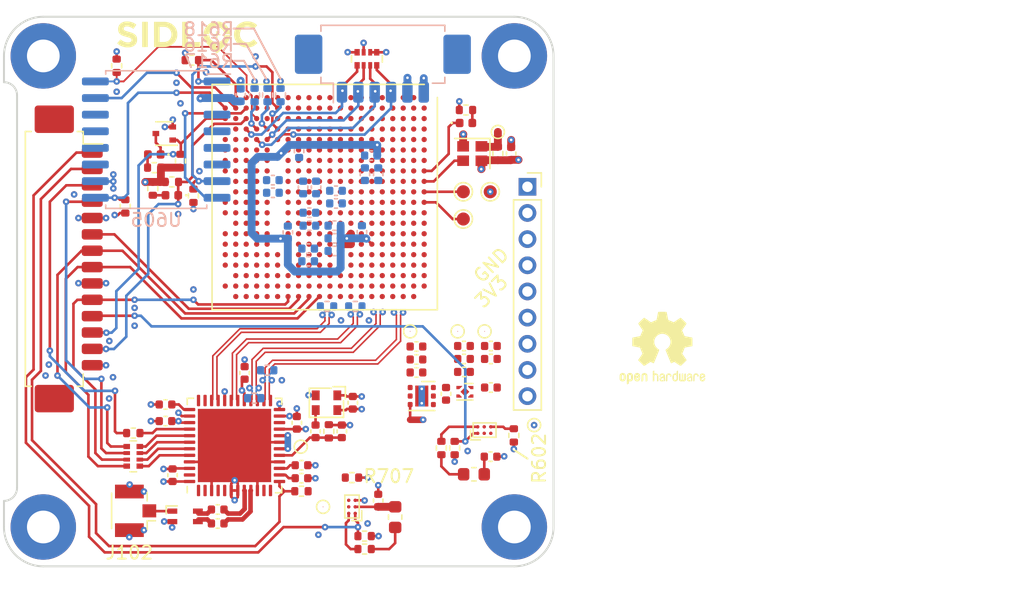
<source format=kicad_pcb>
(kicad_pcb (version 20211014) (generator pcbnew)

  (general
    (thickness 1.5954)
  )

  (paper "A4")
  (layers
    (0 "F.Cu" mixed)
    (1 "In1.Cu" power)
    (2 "In2.Cu" power)
    (31 "B.Cu" mixed)
    (32 "B.Adhes" user "B.Adhesive")
    (33 "F.Adhes" user "F.Adhesive")
    (34 "B.Paste" user)
    (35 "F.Paste" user)
    (36 "B.SilkS" user "B.Silkscreen")
    (37 "F.SilkS" user "F.Silkscreen")
    (38 "B.Mask" user)
    (39 "F.Mask" user)
    (41 "Cmts.User" user "User.Comments")
    (42 "Eco1.User" user "User.Eco1")
    (43 "Eco2.User" user "User.Eco2")
    (44 "Edge.Cuts" user)
    (45 "Margin" user)
    (46 "B.CrtYd" user "B.Courtyard")
    (47 "F.CrtYd" user "F.Courtyard")
    (48 "B.Fab" user)
    (49 "F.Fab" user)
  )

  (setup
    (stackup
      (layer "F.SilkS" (type "Top Silk Screen") (color "White"))
      (layer "F.Paste" (type "Top Solder Paste"))
      (layer "F.Mask" (type "Top Solder Mask") (color "Purple") (thickness 0.0127))
      (layer "F.Cu" (type "copper") (thickness 0.035))
      (layer "dielectric 1" (type "prepreg") (thickness 0.1) (material "JLC2313") (epsilon_r 4.05) (loss_tangent 0))
      (layer "In1.Cu" (type "copper") (thickness 0.0175))
      (layer "dielectric 2" (type "core") (thickness 1.265) (material "Core") (epsilon_r 4.6) (loss_tangent 0))
      (layer "In2.Cu" (type "copper") (thickness 0.0175))
      (layer "dielectric 3" (type "prepreg") (thickness 0.1) (material "JLC2313") (epsilon_r 4.05) (loss_tangent 0))
      (layer "B.Cu" (type "copper") (thickness 0.035))
      (layer "B.Mask" (type "Bottom Solder Mask") (color "Purple") (thickness 0.0127))
      (layer "B.Paste" (type "Bottom Solder Paste"))
      (layer "B.SilkS" (type "Bottom Silk Screen") (color "White"))
      (copper_finish "ENIG")
      (dielectric_constraints no)
    )
    (pad_to_mask_clearance 0.05)
    (solder_mask_min_width 0.2)
    (grid_origin 171.1452 89.472)
    (pcbplotparams
      (layerselection 0x0000030_80000001)
      (disableapertmacros false)
      (usegerberextensions false)
      (usegerberattributes false)
      (usegerberadvancedattributes false)
      (creategerberjobfile false)
      (svguseinch false)
      (svgprecision 6)
      (excludeedgelayer true)
      (plotframeref false)
      (viasonmask false)
      (mode 1)
      (useauxorigin false)
      (hpglpennumber 1)
      (hpglpenspeed 20)
      (hpglpendiameter 15.000000)
      (dxfpolygonmode true)
      (dxfimperialunits true)
      (dxfusepcbnewfont true)
      (psnegative false)
      (psa4output false)
      (plotreference true)
      (plotvalue true)
      (plotinvisibletext false)
      (sketchpadsonfab false)
      (subtractmaskfromsilk false)
      (outputformat 1)
      (mirror false)
      (drillshape 1)
      (scaleselection 1)
      (outputdirectory "")
    )
  )

  (net 0 "")
  (net 1 "GND")
  (net 2 "3V3")
  (net 3 "unconnected-(PQ101-Pad1)")
  (net 4 "unconnected-(PQ101-Pad2)")
  (net 5 "unconnected-(PQ101-Pad3)")
  (net 6 "unconnected-(PQ101-Pad6)")
  (net 7 "unconnected-(PQ101-Pad7)")
  (net 8 "unconnected-(PQ101-Pad8)")
  (net 9 "Net-(C601-Pad1)")
  (net 10 "/fpga/FPGA_2V5")
  (net 11 "/fpga/FPGA_3V3")
  (net 12 "/fpga/FPGA_1V1")
  (net 13 "Net-(C701-Pad1)")
  (net 14 "Net-(C701-Pad2)")
  (net 15 "/transceiver/TRX_3V3")
  (net 16 "Net-(C704-Pad2)")
  (net 17 "Net-(C710-Pad1)")
  (net 18 "Net-(C711-Pad1)")
  (net 19 "/transceiver/RF09P")
  (net 20 "/transceiver/RF09CAP_P")
  (net 21 "/transceiver/RF09N")
  (net 22 "/transceiver/RF09CAP_N")
  (net 23 "/transceiver/RF_EN")
  (net 24 "/transceiver/RST")
  (net 25 "/transceiver/IRQ")
  (net 26 "/SPI_CS2")
  (net 27 "/SPI_CS1")
  (net 28 "/fpga/SPI_CLK")
  (net 29 "/fpga/SPI_MISO")
  (net 30 "/fpga/SPI_MOSI")
  (net 31 "/fpga/FPGA_EN")
  (net 32 "/fpga/FPGA_DONE")
  (net 33 "/fpga/FPGA_INIT")
  (net 34 "/transceiver/RFIO")
  (net 35 "/fpga/JTDO")
  (net 36 "/fpga/JTCK")
  (net 37 "/fpga/JTMS")
  (net 38 "/fpga/JTDI")
  (net 39 "/fpga/FPGA_1V1_PG")
  (net 40 "Net-(NT701-Pad1)")
  (net 41 "Net-(R602-Pad2)")
  (net 42 "/fpga/FPGA_3V3_FAULT")
  (net 43 "/fpga/RXCLOCKP")
  (net 44 "/fpga/RXCLOCKN")
  (net 45 "/fpga/RXDATAP")
  (net 46 "/fpga/RXDATAN")
  (net 47 "Net-(D601-Pad2)")
  (net 48 "Net-(D602-Pad2)")
  (net 49 "Net-(R616-Pad2)")
  (net 50 "Net-(R617-Pad2)")
  (net 51 "Net-(R618-Pad2)")
  (net 52 "Net-(R619-Pad1)")
  (net 53 "/fpga/~{CFG_CS}")
  (net 54 "/fpga/CFG_IO2")
  (net 55 "/fpga/CFG_IO3")
  (net 56 "/fpga/TXCLOCKN")
  (net 57 "/fpga/TXCLOCKP")
  (net 58 "/fpga/TXDATAN")
  (net 59 "/fpga/TXDATAP")
  (net 60 "Net-(R704-Pad2)")
  (net 61 "/transceiver/TRX_FAULT")
  (net 62 "Net-(R707-Pad2)")
  (net 63 "Net-(RN701-Pad5)")
  (net 64 "Net-(RN701-Pad6)")
  (net 65 "Net-(RN701-Pad7)")
  (net 66 "Net-(RN701-Pad8)")
  (net 67 "/fpga/FPGA_IO1")
  (net 68 "/fpga/FPGA_IO0")
  (net 69 "unconnected-(U602-PadB6)")
  (net 70 "unconnected-(U602-PadB8)")
  (net 71 "unconnected-(U602-PadB9)")
  (net 72 "unconnected-(U602-PadB10)")
  (net 73 "/fpga/FPGA_CLK_IN")
  (net 74 "unconnected-(U602-PadC6)")
  (net 75 "unconnected-(U602-PadC7)")
  (net 76 "unconnected-(U602-PadC8)")
  (net 77 "unconnected-(U602-PadC9)")
  (net 78 "unconnected-(U602-PadC10)")
  (net 79 "unconnected-(U602-PadC11)")
  (net 80 "unconnected-(U602-PadC18)")
  (net 81 "unconnected-(U602-PadD6)")
  (net 82 "unconnected-(U602-PadD7)")
  (net 83 "unconnected-(U602-PadD8)")
  (net 84 "unconnected-(U602-PadD9)")
  (net 85 "unconnected-(U602-PadD10)")
  (net 86 "unconnected-(U602-PadD17)")
  (net 87 "unconnected-(U602-PadD18)")
  (net 88 "unconnected-(U602-PadD20)")
  (net 89 "unconnected-(U602-PadE6)")
  (net 90 "unconnected-(U602-PadE7)")
  (net 91 "unconnected-(U602-PadE8)")
  (net 92 "unconnected-(U602-PadE9)")
  (net 93 "unconnected-(U602-PadE10)")
  (net 94 "unconnected-(U602-PadE16)")
  (net 95 "unconnected-(U602-PadE17)")
  (net 96 "unconnected-(U602-PadE18)")
  (net 97 "unconnected-(U602-PadE19)")
  (net 98 "unconnected-(U602-PadF16)")
  (net 99 "unconnected-(U602-PadF17)")
  (net 100 "unconnected-(U602-PadF18)")
  (net 101 "unconnected-(U602-PadF20)")
  (net 102 "unconnected-(U602-PadG16)")
  (net 103 "unconnected-(U602-PadG18)")
  (net 104 "unconnected-(U602-PadG20)")
  (net 105 "unconnected-(U602-PadH16)")
  (net 106 "unconnected-(U602-PadH17)")
  (net 107 "unconnected-(U602-PadH18)")
  (net 108 "unconnected-(U602-PadJ16)")
  (net 109 "unconnected-(U602-PadJ17)")
  (net 110 "unconnected-(U602-PadJ18)")
  (net 111 "unconnected-(U602-PadJ20)")
  (net 112 "unconnected-(U602-PadK16)")
  (net 113 "unconnected-(U602-PadK17)")
  (net 114 "unconnected-(U602-PadK18)")
  (net 115 "unconnected-(U602-PadK20)")
  (net 116 "unconnected-(U602-PadR1)")
  (net 117 "unconnected-(U602-PadR3)")
  (net 118 "unconnected-(U602-PadT1)")
  (net 119 "unconnected-(U602-PadT2)")
  (net 120 "unconnected-(U602-PadT3)")
  (net 121 "unconnected-(U602-PadU1)")
  (net 122 "unconnected-(U602-PadU2)")
  (net 123 "/fpga/CFG_CLK")
  (net 124 "unconnected-(U602-PadV1)")
  (net 125 "/fpga/CFG_IO1")
  (net 126 "/fpga/CFG_IO0")
  (net 127 "unconnected-(U602-PadW3)")
  (net 128 "unconnected-(U602-PadW4)")
  (net 129 "unconnected-(U602-PadW5)")
  (net 130 "unconnected-(U602-PadW8)")
  (net 131 "unconnected-(U602-PadW9)")
  (net 132 "unconnected-(U602-PadW10)")
  (net 133 "unconnected-(U602-PadW11)")
  (net 134 "unconnected-(U602-PadW13)")
  (net 135 "unconnected-(U602-PadW14)")
  (net 136 "unconnected-(U602-PadW17)")
  (net 137 "unconnected-(U602-PadW18)")
  (net 138 "unconnected-(U602-PadW20)")
  (net 139 "unconnected-(U602-PadY5)")
  (net 140 "unconnected-(U602-PadY6)")
  (net 141 "unconnected-(U602-PadY7)")
  (net 142 "unconnected-(U602-PadY8)")
  (net 143 "unconnected-(U602-PadY11)")
  (net 144 "unconnected-(U602-PadY12)")
  (net 145 "unconnected-(U602-PadY14)")
  (net 146 "unconnected-(U602-PadY15)")
  (net 147 "unconnected-(U602-PadY16)")
  (net 148 "unconnected-(U602-PadY17)")
  (net 149 "unconnected-(U602-PadY19)")
  (net 150 "unconnected-(U604-Pad2)")
  (net 151 "unconnected-(U605-Pad3)")
  (net 152 "unconnected-(U605-Pad4)")
  (net 153 "unconnected-(U605-Pad5)")
  (net 154 "unconnected-(U605-Pad6)")
  (net 155 "unconnected-(U605-Pad11)")
  (net 156 "unconnected-(U605-Pad12)")
  (net 157 "unconnected-(U605-Pad13)")
  (net 158 "unconnected-(U605-Pad14)")
  (net 159 "unconnected-(U702-Pad1)")
  (net 160 "unconnected-(U702-Pad2)")
  (net 161 "unconnected-(U702-Pad4)")
  (net 162 "unconnected-(U702-Pad5)")
  (net 163 "unconnected-(U702-Pad11)")
  (net 164 "unconnected-(U702-Pad12)")
  (net 165 "unconnected-(U702-Pad22)")
  (net 166 "unconnected-(U702-Pad35)")
  (net 167 "unconnected-(U702-Pad36)")
  (net 168 "unconnected-(U702-Pad47)")
  (net 169 "Net-(D602-Pad1)")
  (net 170 "unconnected-(H103-Pad1)")
  (net 171 "unconnected-(H101-Pad1)")
  (net 172 "unconnected-(H102-Pad1)")
  (net 173 "unconnected-(H104-Pad1)")
  (net 174 "unconnected-(U602-PadA6)")
  (net 175 "unconnected-(U602-PadA7)")
  (net 176 "/fpga/FPGA_IO2")
  (net 177 "unconnected-(U602-PadB11)")
  (net 178 "unconnected-(U602-PadL16)")
  (net 179 "unconnected-(U602-PadL17)")
  (net 180 "unconnected-(U602-PadL18)")
  (net 181 "unconnected-(U602-PadL19)")
  (net 182 "unconnected-(U602-PadM17)")
  (net 183 "unconnected-(U602-PadM18)")
  (net 184 "unconnected-(U602-PadM19)")
  (net 185 "unconnected-(U602-PadN16)")
  (net 186 "unconnected-(U602-PadN17)")
  (net 187 "unconnected-(U602-PadN18)")
  (net 188 "unconnected-(U602-PadN19)")
  (net 189 "unconnected-(U602-PadP16)")
  (net 190 "unconnected-(U602-PadP17)")
  (net 191 "unconnected-(U602-PadP18)")
  (net 192 "unconnected-(U602-PadP19)")
  (net 193 "unconnected-(U602-PadR16)")
  (net 194 "unconnected-(U602-PadR17)")
  (net 195 "unconnected-(U602-PadR18)")
  (net 196 "unconnected-(U602-PadR20)")
  (net 197 "unconnected-(U602-PadT16)")
  (net 198 "unconnected-(U602-PadT17)")
  (net 199 "unconnected-(U602-PadT18)")
  (net 200 "unconnected-(U602-PadT19)")
  (net 201 "unconnected-(U602-PadT20)")
  (net 202 "unconnected-(U602-PadU16)")
  (net 203 "unconnected-(U602-PadU17)")
  (net 204 "unconnected-(U602-PadU18)")
  (net 205 "unconnected-(U602-PadU19)")
  (net 206 "unconnected-(U602-PadU20)")
  (net 207 "Net-(D603-Pad2)")

  (footprint "Symbol:OSHW-Logo2_7.3x6mm_SilkScreen" (layer "F.Cu") (at 181.4576 101.791))

  (footprint "MountingHole:MountingHole_2.5mm_Pad" (layer "F.Cu") (at 170.1452 79.472))

  (footprint "MountingHole:MountingHole_2.5mm_Pad" (layer "F.Cu") (at 134.1452 79.472))

  (footprint "Connector_PinSocket_2.00mm:PinSocket_1x09_P2.00mm_Vertical" (layer "F.Cu") (at 171.1452 89.472))

  (footprint "Resistor_SMD:R_0402_1005Metric" (layer "F.Cu") (at 142.5119 89.6093 90))

  (footprint "Resistor_SMD:R_0402_1005Metric" (layer "F.Cu") (at 145.4912 79.7946))

  (footprint "Capacitor_SMD:C_0402_1005Metric" (layer "F.Cu") (at 168.3258 110.0968))

  (footprint "Package_BGA:Texas_DSBGA-6_0.9x1.4mm_Layout2x3_P0.5mm" (layer "F.Cu") (at 157.734 113.9322 180))

  (footprint "Resistor_SMD:R_0402_1005Metric" (layer "F.Cu") (at 157.734 111.697 180))

  (footprint "Inductor_SMD:L_0603_1608Metric" (layer "F.Cu") (at 161.036 114.717 90))

  (footprint "Capacitor_SMD:C_0402_1005Metric" (layer "F.Cu") (at 162.6616 102.6696))

  (footprint "Package_BGA:Lattice_caBGA-381_17.0x17.0mm_Layout20x20_P0.8mm_Ball0.4mm_Pad0.4mm_NSMD" (layer "F.Cu") (at 155.6512 90.2594 -90))

  (footprint "Capacitor_SMD:C_0402_1005Metric" (layer "F.Cu") (at 162.6616 101.679))

  (footprint "Resistor_SMD:R_0402_1005Metric" (layer "F.Cu") (at 164.5666 109.4364 -90))

  (footprint "Capacitor_SMD:C_0402_1005Metric" (layer "F.Cu") (at 154.9512 108.1604 90))

  (footprint "Connector_Molex:Molex_PicoBlade_53261-1471_1x14-1MP_P1.25mm_Horizontal" (layer "F.Cu") (at 135.4836 94.9838 -90))

  (footprint "lsf-kicad-lib:TestPoint_D0.8mm_Mask-Only" (layer "F.Cu") (at 162.179 100.521))

  (footprint "Capacitor_SMD:C_0402_1005Metric" (layer "F.Cu") (at 162.6616 103.6602 180))

  (footprint "Capacitor_SMD:C_0402_1005Metric" (layer "F.Cu") (at 153.8762 111.7418))

  (footprint "Inductor_SMD:L_0603_1608Metric" (layer "F.Cu") (at 167.0558 111.443))

  (footprint "LED_SMD:LED_0402_1005Metric" (layer "F.Cu") (at 166.4462 84.5952))

  (footprint "lsf-kicad-lib:sidloc-logo-11x3" (layer "F.Cu")
    (tedit 0) (tstamp 3f1ff34e-9dfb-4e77-9536-5ac10444e162)
    (at 145.1356 78.042)
    (descr "SIDLOC Logo")
    (attr board_only exclude_from_pos_files exclude_from_bom)
    (fp_text reference "G***" (at 0 0) (layer "F.SilkS") hide
      (effects (font (size 1.524 1.524) (thickness 0.3)))
      (tstamp b03a86c5-d312-46b5-86a2-b35f202c04e6)
    )
    (fp_text value "LOGO" (at 0.75 0) (layer "F.SilkS") hide
      (effects (font (size 1.524 1.524) (thickness 0.3)))
      (tstamp 928e8899-f155-4374-b14a-98bb889f7951)
    )
    (fp_poly (pts
        (xy 2.359399 -1.209276)
        (xy 2.403518 -1.204284)
        (xy 2.453426 -1.196016)
        (xy 2.504858 -1.185357)
        (xy 2.553551 -1.173189)
        (xy 2.595226 -1.160401)
        (xy 2.674878 -1.128445)
        (xy 2.75504 -1.088394)
        (xy 2.832482 -1.042116)
        (xy 2.903973 -0.991482)
        (xy 2.943988 -0.958635)
        (xy 3.012053 -0.89222)
        (xy 3.074778 -0.817078)
        (xy 3.131149 -0.734887)
        (xy 3.180155 -0.647322)
        (xy 3.220785 -0.556062)
        (xy 3.252026 -0.462784)
        (xy 3.25892 -0.436668)
        (xy 3.264295 -0.412054)
        (xy 3.269864 -0.3816)
        (xy 3.275161 -0.34848)
        (xy 3.27972 -0.31587)
        (xy 3.283075 -0.286946)
        (xy 3.284761 -0.264883)
        (xy 3.284871 -0.259869)
        (xy 3.284871 -0.236646)
        (xy 2.846991 -0.236646)
        (xy 2.843554 -0.269044)
        (xy 2.834104 -0.322495)
        (xy 2.81741 -0.379554)
        (xy 2.794899 -0.436634)
        (xy 2.767998 -0.490147)
        (xy 2.738134 -0.536503)
        (xy 2.736094 -0.539223)
        (xy 2.684715 -0.598373)
        (xy 2.626234 -0.650237)
        (xy 2.562014 -0.693973)
        (xy 2.49342 -0.728742)
        (xy 2.421815 -0.753702)
        (xy 2.369588 -0.765059)
        (xy 2.310134 -0.774733)
        (xy 2.310124 -0.993899)
        (xy 2.310115 -1.213064)
      ) (layer "F.SilkS") (width 0) (fill solid) (tstamp 225b351a-25fe-478f-bc3a-a3a5225089dc))
    (fp_poly (pts
        (xy -3.004543 -0.212699)
        (xy -3.005967 0.752196)
        (xy -3.217661 0.753672)
        (xy -3.265439 0.753906)
        (xy -3.309646 0.753931)
        (xy -3.349023 0.753763)
        (xy -3.382308 0.753414)
        (xy -3.408243 0.752897)
        (xy -3.425566 0.752228)
        (xy -3.433017 0.751419)
        (xy -3.433178 0.751324)
        (xy -3.433588 0.745371)
        (xy -3.433986 0.728729)
        (xy -3.43437 0.701979)
        (xy -3.434736 0.6657)
        (xy -3.435084 0.620473)
        (xy -3.43541 0.566879)
        (xy -3.435712 0.505497)
        (xy -3.435988 0.436907)
        (xy -3.436236 0.36169)
        (xy -3.436453 0.280426)
        (xy -3.436638 0.193695)
        (xy -3.436787 0.102078)
        (xy -3.436899 0.006154)
        (xy -3.436971 -0.093496)
        (xy -3.437 -0.196292)
        (xy -3.437001 -0.215047)
        (xy -3.437001 -1.177595)
        (xy -3.003118 -1.177595)
      ) (layer "F.SilkS") (width 0) (fill solid) (tstamp 3df1147a-b7b1-4990-90c8-66a47b1c2bbc))
    (fp_poly (pts
        (xy 2.229891 -0.994286)
        (xy 2.228416 -0.775497)
        (xy 2.18334 -0.768034)
        (xy 2.115154 -0.752553)
        (xy 2.048612 -0.729442)
        (xy 1.986633 -0.699905)
        (xy 1.932132 -0.665148)
        (xy 1.929416 -0.663114)
        (xy 1.90467 -0.64261)
        (xy 1.876637 -0.616503)
        (xy 1.848039 -0.587594)
        (xy 1.821597 -0.558686)
        (xy 1.800035 -0.53258)
        (xy 1.792318 -0.522013)
        (xy 1.765474 -0.477112)
        (xy 1.741158 -0.425262)
        (xy 1.720777 -0.370235)
        (xy 1.705742 -0.315802)
        (xy 1.697794 -0.269044)
        (xy 1.694357 -0.236646)
        (xy 1.254815 -0.236646)
        (xy 1.258481 -0.284346)
        (xy 1.271532 -0.382677)
        (xy 1.295398 -0.481081)
        (xy 1.329716 -0.578222)
        (xy 1.353056 -0.630927)
        (xy 1.404275 -0.725844)
        (xy 1.464066 -0.813699)
        (xy 1.532021 -0.894081)
        (xy 1.607732 -0.96658)
        (xy 1.690791 -1.030785)
        (xy 1.780789 -1.086285)
        (xy 1.831189 -1.112043)
        (xy 1.928553 -1.152983)
        (xy 2.026454 -1.183329)
        (xy 2.124098 -1.202861)
        (xy 2.182016 -1.209281)
        (xy 2.231367 -1.213074)
      ) (layer "F.SilkS") (width 0) (fill solid) (tstamp 877c35ec-6ccb-4b5d-9ce3-02fc59d2d7e6))
    (fp_poly (pts
        (xy 4.672495 -1.209435)
        (xy 4.71766 -1.207236)
        (xy 4.756057 -1.203789)
        (xy 4.759617 -1.203349)
        (xy 4.86714 -1.184752)
        (xy 4.968138 -1.157078)
        (xy 5.062995 -1.120154)
        (xy 5.152093 -1.073808)
        (xy 5.235817 -1.017865)
        (xy 5.31397 -0.952688)
        (xy 5.332724 -0.935098)
        (xy 5.344244 -0.923222)
        (xy 5.349722 -0.915297)
        (xy 5.350353 -0.909558)
        (xy 5.347331 -0.904242)
        (xy 5.347023 -0.903851)
        (xy 5.335319 -0.889599)
        (xy 5.318443 -0.86963)
        (xy 5.297412 -0.845103)
        (xy 5.273244 -0.817171)
        (xy 5.246957 -0.786992)
        (xy 5.219571 -0.75572)
        (xy 5.192102 -0.724511)
        (xy 5.165568 -0.694522)
        (xy 5.140989 -0.666908)
        (xy 5.119381 -0.642824)
        (xy 5.101763 -0.623427)
        (xy 5.089154 -0.609872)
        (xy 5.08257 -0.603315)
        (xy 5.081902 -0.602883)
        (xy 5.074978 -0.606363)
        (xy 5.063144 -0.615238)
        (xy 5.055506 -0.621769)
        (xy 5.022078 -0.649505)
        (xy 4.983067 -0.678435)
        (xy 4.941176 -0.706811)
        (xy 4.899108 -0.732892)
        (xy 4.859564 -0.754931)
        (xy 4.825247 -0.771185)
        (xy 4.82204 -0.772491)
        (xy 4.747235 -0.796941)
        (xy 4.670826 -0.81153)
        (xy 4.594108 -0.816361)
        (xy 4.518373 -0.81154)
        (xy 4.444914 -0.79717)
        (xy 4.375023 -0.773355)
        (xy 4.309994 -0.7402)
        (xy 4.29383 -0.729921)
        (xy 4.231224 -0.681668)
        (xy 4.17656 -0.625622)
        (xy 4.130151 -0.56229)
        (xy 4.092312 -0.492176)
        (xy 4.063358 -0.415784)
        (xy 4.043604 -0.333619)
        (xy 4.042397 -0.326613)
        (xy 4.036374 -0.27344)
        (xy 4.03464 -0.214927)
        (xy 4.037039 -0.155115)
        (xy 4.043415 -0.098048)
        (xy 4.053091 -0.049754)
        (xy 4.0789 0.029951)
        (xy 4.1132 0.103201)
        (xy 4.155492 0.169465)
        (xy 4.205276 0.228214)
        (xy 4.262051 0.278917)
        (xy 4.325316 0.321043)
        (xy 4.394573 0.354061)
        (xy 4.451574 0.37292)
        (xy 4.471407 0.377907)
        (xy 4.490088 0.381446)
        (xy 4.510223 0.383771)
        (xy 4.534422 0.385117)
        (xy 4.565292 0.385719)
        (xy 4.594875 0.385824)
        (xy 4.659007 0.384146)
        (xy 4.714838 0.37875)
        (xy 4.764895 0.36904)
        (xy 4.811706 0.354416)
        (xy 4.857799 0.334282)
        (xy 4.893355 0.315242)
        (xy 4.917704 0.300161)
        (xy 4.947986 0.279659)
        (xy 4.98158 0.25565)
        (xy 5.015864 0.230048)
        (xy 5.048215 0.204765)
        (xy 5.074063 0.183391)
        (xy 5.096861 0.163835)
        (xy 5.234644 0.302099)
        (xy 5.372426 0.440363)
        (xy 5.313265 0.496787)
        (xy 5.234289 0.566545)
        (xy 5.154628 0.625589)
        (xy 5.07333 0.674469)
        (xy 4.989444 0.713737)
        (xy 4.902016 0.743944)
        (xy 4.872373 0.75198)
        (xy 4.796912 0.767627)
        (xy 4.714396 0.778448)
        (xy 4.628076 0.784179)
        (xy 4.541202 0.784555)
        (xy 4.496273 0.782509)
        (xy 4.399253 0.771053)
        (xy 4.303198 0.749524)
        (xy 4.209367 0.718545)
        (xy 4.119021 0.67874)
        (xy 4.03342 0.63073)
        (xy 3.953824 0.575139)
        (xy 3.881493 0.51259)
        (xy 3.822487 0.449481)
        (xy 3.760759 0.367803)
        (xy 3.707334 0.280197)
        (xy 3.662971 0.188219)
        (xy 3.62843 0.093424)
        (xy 3.606282 0.006561)
        (xy 3.589932 -0.101033)
        (xy 3.584375 -0.208262)
        (xy 3.589464 -0.314361)
        (xy 3.605055 -0.418563)
        (xy 3.631004 -0.520104)
        (xy 3.667165 -0.618216)
        (xy 3.713394 -0.712135)
        (xy 3.755141 -0.780193)
        (xy 3.818356 -0.8649)
        (xy 3.888435 -0.940673)
        (xy 3.965347 -1.007494)
        (xy 4.049058 -1.06534)
        (xy 4.139538 -1.114191)
        (xy 4.236752 -1.154026)
        (xy 4.34067 -1.184824)
        (xy 4.403305 -1.198406)
        (xy 4.435103 -1.202949)
        (xy 4.475556 -1.206458)
        (xy 4.522091 -1.208897)
        (xy 4.57214 -1.21023)
        (xy 4.623132 -1.210421)
      ) (layer "F.SilkS") (width 0) (fill solid) (tstamp 929f3e98-fcb5-494e-b66d-3e79fc755079))
    (fp_poly (pts
        (xy -2.097416 -1.177492)
        (xy -2.012968 -1.177434)
        (xy -1.939003 -1.177296)
        (xy -1.874732 -1.177063)
        (xy -1.81937 -1.176723)
        (xy -1.772129 -1.176261)
        (xy -1.732222 -1.175665)
        (xy -1.698864 -1.174921)
        (xy -1.671267 -1.174015)
        (xy -1.648644 -1.172935)
        (xy -1.630208 -1.171667)
        (xy -1.615173 -1.170197)
        (xy -1.606919 -1.169136)
        (xy -1.498575 -1.148668)
        (xy -1.395771 -1.119062)
        (xy -1.298922 -1.08069)
        (xy -1.208442 -1.033927)
        (xy -1.124748 -0.979144)
        (xy -1.048253 -0.916715)
        (xy -0.979373 -0.847012)
        (xy -0.918524 -0.77041)
        (xy -0.866119 -0.68728)
        (xy -0.822575 -0.597996)
        (xy -0.788307 -0.502931)
        (xy -0.765871 -0.413397)
        (xy -0.758779 -0.368411)
        (xy -0.753683 -0.315671)
        (xy -0.750665 -0.258526)
        (xy -0.749807 -0.200327)
        (xy -0.751193 -0.144425)
        (xy -0.754903 -0.094169)
        (xy -0.7575
... [571313 chars truncated]
</source>
